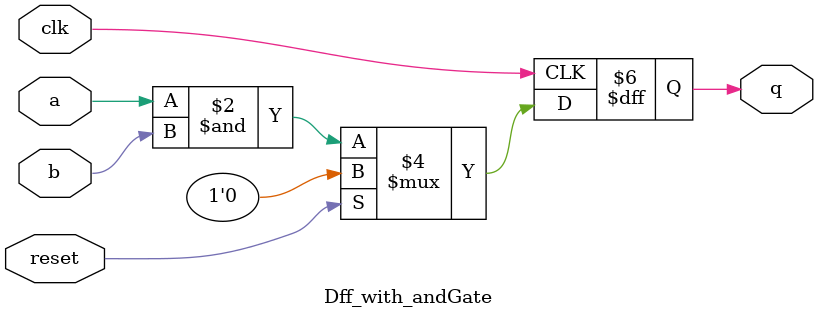
<source format=v>
`timescale 1ns / 1ps


module Dff_with_andGate(
    input clk,
    input reset,
    input a,
    input b,
    output reg q
    );

    always @(posedge clk) begin
    if (reset) begin
    q <= 1'b0;
    end
    else begin
    q <= a&b;
    end
    end
endmodule

</source>
